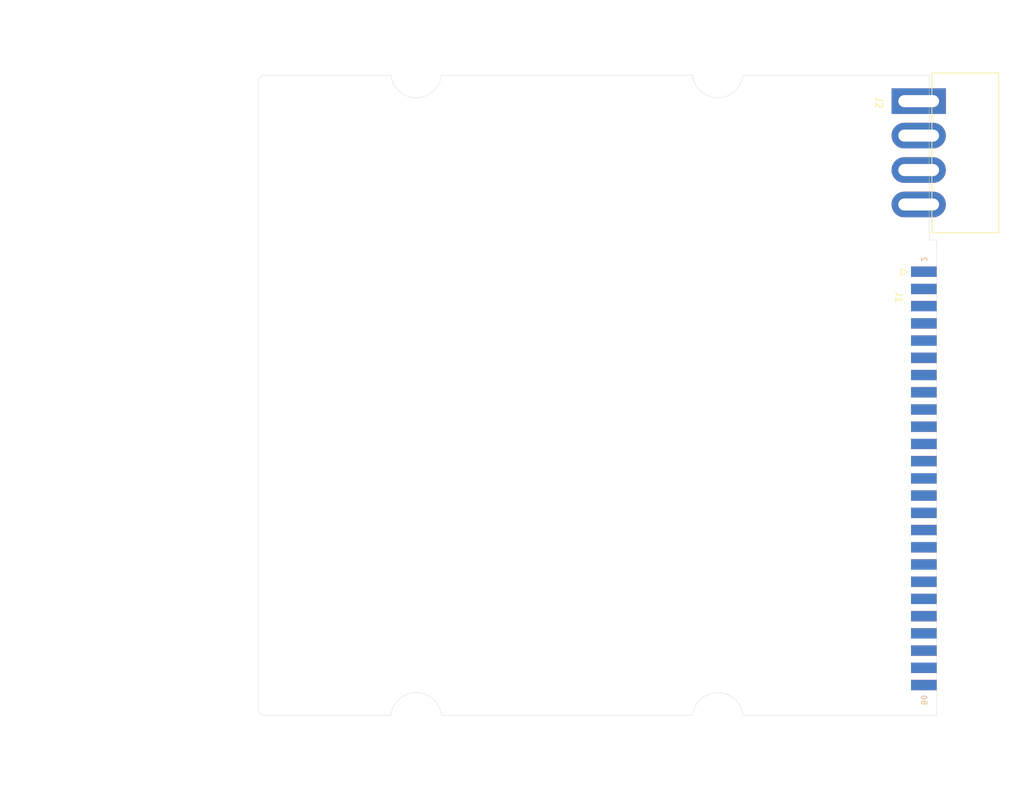
<source format=kicad_pcb>
(kicad_pcb (version 20211014) (generator pcbnew)
  (layers (0 "F.Cu" signal) (31 "B.Cu" signal) (34 "B.Paste" user) (35 "F.Paste" user) (36 "B.SilkS" user "B.Silkscreen") (37 "F.SilkS" user "F.Silkscreen") (38 "B.Mask" user) (39 "F.Mask" user) (44 "Edge.Cuts" user))
  (net 0 "")
  (footprint "project:TE_MATE-N-LOK_350211-1_1x04_P5.08mm_Edge" (layer "F.Cu") (at 208.388 63.954)
    (fp_text reference "J2" (at -7.9 -7.4 -90 unlocked) (layer "F.SilkS"))
    (fp_text value "Hard_Drive_Mate_n-Lok_Power_Conn_01x04")
    (fp_line (start -0.1 11.77) (end 9.768 11.77) (layer "F.SilkS") (width 0.12))
    (fp_line (start 9.768 -11.77) (end 9.768 11.77) (layer "F.SilkS") (width 0.12))
    (fp_line (start -0.1 11.77) (end -0.1 -11.77) (layer "F.SilkS") (width 0.12))
    (fp_line (start -0.1 -11.77) (end 9.768 -11.77) (layer "F.SilkS") (width 0.12))
    (pad "1" thru_hole rect (at -2.043 -7.62 90) (size 3.78 8) (drill oval 1.78 6) (layers *.Cu *.Mask))
    (pad "2" thru_hole oval (at -2.043 -2.54 90) (size 3.78 8) (drill oval 1.78 6) (layers *.Cu *.Mask))
    (pad "3" thru_hole oval (at -2.043 2.54 90) (size 3.78 8) (drill oval 1.78 6) (layers *.Cu *.Mask))
    (pad "4" thru_hole oval (at -2.043 7.62 90) (size 3.78 8) (drill oval 1.78 6) (layers *.Cu *.Mask))
  )
  (footprint "project:IDC-Header_2x25_P2.54mm_Edge" (layer "F.Cu") (at 209.023 81.288)
    (fp_text reference "J1" (at -5.58 3.96 -90 unlocked) (layer "F.SilkS"))
    (fp_text value "SCSI_SE_Internal_Conn_02x25_Odd_Even_MountingPin")
    (fp_text user "50" (at -1.905 63.373 -90 unlocked) (layer "B.SilkS") (effects (font (size 0.8 0.8) (thickness 0.1)) (justify mirror)))
    (fp_text user "2" (at -1.905 -1.651 -90 unlocked) (layer "B.SilkS") (effects (font (size 0.8 0.8) (thickness 0.1)) (justify mirror)))
    (fp_text user "1" (at -1.905 -1.651 -90 unlocked) (layer "F.SilkS") (effects (font (size 0.8 0.8) (thickness 0.1))))
    (fp_text user "49" (at -1.905 63.373 -90 unlocked) (layer "F.SilkS") (effects (font (size 0.8 0.8) (thickness 0.1))))
    (fp_line (start -5.315 0.754) (end -4.315 0.254) (layer "F.SilkS") (width 0.12))
    (fp_line (start -5.315 -0.246) (end -5.315 0.754) (layer "F.SilkS") (width 0.12))
    (fp_line (start -4.315 0.254) (end -5.315 -0.246) (layer "F.SilkS") (width 0.12))
    (pad "1" smd rect (at -1.905 0.2) (size 3.81 1.524) (layers "F.Cu" "F.Paste" "F.Mask"))
    (pad "2" smd rect (at -1.905 0.2) (size 3.81 1.524) (layers "B.Cu" "B.Paste" "B.Mask"))
    (pad "3" smd rect (at -1.905 2.74) (size 3.81 1.524) (layers "F.Cu" "F.Paste" "F.Mask"))
    (pad "4" smd rect (at -1.905 2.74) (size 3.81 1.524) (layers "B.Cu" "B.Paste" "B.Mask"))
    (pad "5" smd rect (at -1.905 5.28) (size 3.81 1.524) (layers "F.Cu" "F.Paste" "F.Mask"))
    (pad "6" smd rect (at -1.905 5.28) (size 3.81 1.524) (layers "B.Cu" "B.Paste" "B.Mask"))
    (pad "7" smd rect (at -1.905 7.82) (size 3.81 1.524) (layers "F.Cu" "F.Paste" "F.Mask"))
    (pad "8" smd rect (at -1.905 7.82) (size 3.81 1.524) (layers "B.Cu" "B.Paste" "B.Mask"))
    (pad "9" smd rect (at -1.905 10.36) (size 3.81 1.524) (layers "F.Cu" "F.Paste" "F.Mask"))
    (pad "10" smd rect (at -1.905 10.36) (size 3.81 1.524) (layers "B.Cu" "B.Paste" "B.Mask"))
    (pad "11" smd rect (at -1.905 12.9) (size 3.81 1.524) (layers "F.Cu" "F.Paste" "F.Mask"))
    (pad "12" smd rect (at -1.905 12.9) (size 3.81 1.524) (layers "B.Cu" "B.Paste" "B.Mask"))
    (pad "13" smd rect (at -1.905 15.44) (size 3.81 1.524) (layers "F.Cu" "F.Paste" "F.Mask"))
    (pad "14" smd rect (at -1.905 15.44) (size 3.81 1.524) (layers "B.Cu" "B.Paste" "B.Mask"))
    (pad "15" smd rect (at -1.905 17.98) (size 3.81 1.524) (layers "F.Cu" "F.Paste" "F.Mask"))
    (pad "16" smd rect (at -1.905 17.98) (size 3.81 1.524) (layers "B.Cu" "B.Paste" "B.Mask"))
    (pad "17" smd rect (at -1.905 20.52) (size 3.81 1.524) (layers "F.Cu" "F.Paste" "F.Mask"))
    (pad "18" smd rect (at -1.905 20.52) (size 3.81 1.524) (layers "B.Cu" "B.Paste" "B.Mask"))
    (pad "19" smd rect (at -1.905 23.06) (size 3.81 1.524) (layers "F.Cu" "F.Paste" "F.Mask"))
    (pad "20" smd rect (at -1.905 23.06) (size 3.81 1.524) (layers "B.Cu" "B.Paste" "B.Mask"))
    (pad "21" smd rect (at -1.905 25.6) (size 3.81 1.524) (layers "F.Cu" "F.Paste" "F.Mask"))
    (pad "22" smd rect (at -1.905 25.6) (size 3.81 1.524) (layers "B.Cu" "B.Paste" "B.Mask"))
    (pad "23" smd rect (at -1.905 28.14) (size 3.81 1.524) (layers "F.Cu" "F.Paste" "F.Mask"))
    (pad "24" smd rect (at -1.905 28.14) (size 3.81 1.524) (layers "B.Cu" "B.Paste" "B.Mask"))
    (pad "25" smd rect (at -1.905 30.68) (size 3.81 1.524) (layers "F.Cu" "F.Paste" "F.Mask"))
    (pad "26" smd rect (at -1.905 30.68) (size 3.81 1.524) (layers "B.Cu" "B.Paste" "B.Mask"))
    (pad "27" smd rect (at -1.905 33.22) (size 3.81 1.524) (layers "F.Cu" "F.Paste" "F.Mask"))
    (pad "28" smd rect (at -1.905 33.22) (size 3.81 1.524) (layers "B.Cu" "B.Paste" "B.Mask"))
    (pad "29" smd rect (at -1.905 35.76) (size 3.81 1.524) (layers "F.Cu" "F.Paste" "F.Mask"))
    (pad "30" smd rect (at -1.905 35.76) (size 3.81 1.524) (layers "B.Cu" "B.Paste" "B.Mask"))
    (pad "31" smd rect (at -1.905 38.3) (size 3.81 1.524) (layers "F.Cu" "F.Paste" "F.Mask"))
    (pad "32" smd rect (at -1.905 38.3) (size 3.81 1.524) (layers "B.Cu" "B.Paste" "B.Mask"))
    (pad "33" smd rect (at -1.905 40.84) (size 3.81 1.524) (layers "F.Cu" "F.Paste" "F.Mask"))
    (pad "34" smd rect (at -1.905 40.84) (size 3.81 1.524) (layers "B.Cu" "B.Paste" "B.Mask"))
    (pad "35" smd rect (at -1.905 43.38) (size 3.81 1.524) (layers "F.Cu" "F.Paste" "F.Mask"))
    (pad "36" smd rect (at -1.905 43.38) (size 3.81 1.524) (layers "B.Cu" "B.Paste" "B.Mask"))
    (pad "37" smd rect (at -1.905 45.92) (size 3.81 1.524) (layers "F.Cu" "F.Paste" "F.Mask"))
    (pad "38" smd rect (at -1.905 45.92) (size 3.81 1.524) (layers "B.Cu" "B.Paste" "B.Mask"))
    (pad "39" smd rect (at -1.905 48.46) (size 3.81 1.524) (layers "F.Cu" "F.Paste" "F.Mask"))
    (pad "40" smd rect (at -1.905 48.46) (size 3.81 1.524) (layers "B.Cu" "B.Paste" "B.Mask"))
    (pad "41" smd rect (at -1.905 51) (size 3.81 1.524) (layers "F.Cu" "F.Paste" "F.Mask"))
    (pad "42" smd rect (at -1.905 51) (size 3.81 1.524) (layers "B.Cu" "B.Paste" "B.Mask"))
    (pad "43" smd rect (at -1.905 53.54) (size 3.81 1.524) (layers "F.Cu" "F.Paste" "F.Mask"))
    (pad "44" smd rect (at -1.905 53.54) (size 3.81 1.524) (layers "B.Cu" "B.Paste" "B.Mask"))
    (pad "45" smd rect (at -1.905 56.08) (size 3.81 1.524) (layers "F.Cu" "F.Paste" "F.Mask"))
    (pad "46" smd rect (at -1.905 56.08) (size 3.81 1.524) (layers "B.Cu" "B.Paste" "B.Mask"))
    (pad "47" smd rect (at -1.905 58.62) (size 3.81 1.524) (layers "F.Cu" "F.Paste" "F.Mask"))
    (pad "48" smd rect (at -1.905 58.62) (size 3.81 1.524) (layers "B.Cu" "B.Paste" "B.Mask"))
    (pad "49" smd rect (at -1.905 61.16) (size 3.81 1.524) (layers "F.Cu" "F.Paste" "F.Mask"))
    (pad "50" smd rect (at -1.905 61.16) (size 3.81 1.524) (layers "B.Cu" "B.Paste" "B.Mask"))
  )
  (footprint "project:3.5 Hard Drive Bottom Outline" (layer "F.Cu") (at 218 48.9)
    (fp_text reference "REF**" hide)
    (fp_text value "3.5 Hard Drive Bottom Outline")
  )
  (gr_line (start 207.9 76.8) (end 209 76.8) (layer "Edge.Cuts") (width 0.05))
  (gr_line (start 207.9 52.5) (end 180.449999 52.500001) (layer "Edge.Cuts") (width 0.05))
  (gr_line (start 173.000001 52.499999) (end 135.999999 52.500001) (layer "Edge.Cuts") (width 0.05))
  (gr_line (start 128.550001 52.499999) (end 110 52.5) (layer "Edge.Cuts") (width 0.05))
  (gr_line (start 110 146.9) (end 128.550001 146.899999) (layer "Edge.Cuts") (width 0.05))
  (gr_line (start 135.999999 146.900001) (end 173.000001 146.899999) (layer "Edge.Cuts") (width 0.05))
  (gr_line (start 180.449999 146.900001) (end 209 146.9) (layer "Edge.Cuts") (width 0.05))
  (gr_line (start 209 76.8) (end 209 146.9) (layer "Edge.Cuts") (width 0.05))
  (gr_arc (start 109 53.5) (mid 109.292893 52.792893) (end 110 52.5) (layer "Edge.Cuts") (width 0.05))
  (gr_arc (start 173.000001 146.899999) (mid 176.725001 143.575834) (end 180.449999 146.900001) (layer "Edge.Cuts") (width 0.05))
  (gr_arc (start 135.999999 52.500001) (mid 132.274999 55.824166) (end 128.550001 52.499999) (layer "Edge.Cuts") (width 0.05))
  (gr_arc (start 110 146.9) (mid 109.292893 146.607107) (end 109 145.9) (layer "Edge.Cuts") (width 0.05))
  (gr_line (start 207.9 52.5) (end 207.9 76.8) (layer "Edge.Cuts") (width 0.05))
  (gr_line (start 109 145.9) (end 109 53.5) (layer "Edge.Cuts") (width 0.05))
  (gr_arc (start 180.449999 52.500001) (mid 176.724999 55.824166) (end 173.000001 52.499999) (layer "Edge.Cuts") (width 0.05))
  (gr_arc (start 128.550001 146.899999) (mid 132.275001 143.575834) (end 135.999999 146.900001) (layer "Edge.Cuts") (width 0.05))
)
</source>
